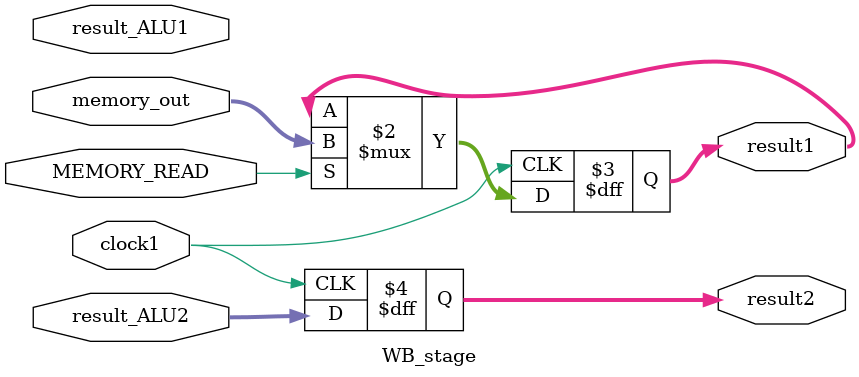
<source format=v>
module WB_stage(clock1, MEMORY_READ, memory_out, result_ALU1, result_ALU2, result1, result2);

    input clock1, MEMORY_READ;
    input [31:0] memory_out, result_ALU1, result_ALU2;
    output reg [31:0] result1, result2;

    always @(posedge clock1) begin
        result1 <= (MEMORY_READ) ? memory_out : result1;
        result2 <= result_ALU2;
    end

endmodule

</source>
